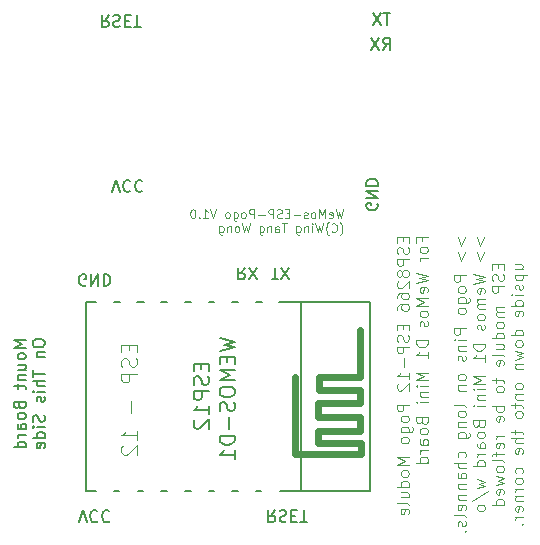
<source format=gbr>
%TF.GenerationSoftware,KiCad,Pcbnew,(6.0.0-0)*%
%TF.CreationDate,2022-07-24T14:36:37-07:00*%
%TF.ProjectId,ESP12_Harness,45535031-325f-4486-9172-6e6573732e6b,rev?*%
%TF.SameCoordinates,Original*%
%TF.FileFunction,Legend,Bot*%
%TF.FilePolarity,Positive*%
%FSLAX46Y46*%
G04 Gerber Fmt 4.6, Leading zero omitted, Abs format (unit mm)*
G04 Created by KiCad (PCBNEW (6.0.0-0)) date 2022-07-24 14:36:37*
%MOMM*%
%LPD*%
G01*
G04 APERTURE LIST*
%ADD10C,0.150000*%
%ADD11C,0.050000*%
%ADD12C,0.064000*%
%ADD13C,0.113792*%
%ADD14C,0.127000*%
%ADD15C,0.609600*%
G04 APERTURE END LIST*
D10*
X-14623333Y-6932380D02*
X-14290000Y-6456190D01*
X-14051904Y-6932380D02*
X-14051904Y-5932380D01*
X-14432857Y-5932380D01*
X-14528095Y-5980000D01*
X-14575714Y-6027619D01*
X-14623333Y-6122857D01*
X-14623333Y-6265714D01*
X-14575714Y-6360952D01*
X-14528095Y-6408571D01*
X-14432857Y-6456190D01*
X-14051904Y-6456190D01*
X-14956666Y-5932380D02*
X-15623333Y-6932380D01*
X-15623333Y-5932380D02*
X-14956666Y-6932380D01*
X-14008095Y-3872380D02*
X-14579523Y-3872380D01*
X-14293809Y-4872380D02*
X-14293809Y-3872380D01*
X-14817619Y-3872380D02*
X-15484285Y-4872380D01*
X-15484285Y-3872380D02*
X-14817619Y-4872380D01*
X-37573333Y-18987619D02*
X-37240000Y-17987619D01*
X-36906666Y-18987619D01*
X-36001904Y-18082857D02*
X-36049523Y-18035238D01*
X-36192380Y-17987619D01*
X-36287619Y-17987619D01*
X-36430476Y-18035238D01*
X-36525714Y-18130476D01*
X-36573333Y-18225714D01*
X-36620952Y-18416190D01*
X-36620952Y-18559047D01*
X-36573333Y-18749523D01*
X-36525714Y-18844761D01*
X-36430476Y-18940000D01*
X-36287619Y-18987619D01*
X-36192380Y-18987619D01*
X-36049523Y-18940000D01*
X-36001904Y-18892380D01*
X-35001904Y-18082857D02*
X-35049523Y-18035238D01*
X-35192380Y-17987619D01*
X-35287619Y-17987619D01*
X-35430476Y-18035238D01*
X-35525714Y-18130476D01*
X-35573333Y-18225714D01*
X-35620952Y-18416190D01*
X-35620952Y-18559047D01*
X-35573333Y-18749523D01*
X-35525714Y-18844761D01*
X-35430476Y-18940000D01*
X-35287619Y-18987619D01*
X-35192380Y-18987619D01*
X-35049523Y-18940000D01*
X-35001904Y-18892380D01*
X-37847023Y-4007619D02*
X-38180357Y-4483809D01*
X-38418452Y-4007619D02*
X-38418452Y-5007619D01*
X-38037500Y-5007619D01*
X-37942261Y-4960000D01*
X-37894642Y-4912380D01*
X-37847023Y-4817142D01*
X-37847023Y-4674285D01*
X-37894642Y-4579047D01*
X-37942261Y-4531428D01*
X-38037500Y-4483809D01*
X-38418452Y-4483809D01*
X-37466071Y-4055238D02*
X-37323214Y-4007619D01*
X-37085119Y-4007619D01*
X-36989880Y-4055238D01*
X-36942261Y-4102857D01*
X-36894642Y-4198095D01*
X-36894642Y-4293333D01*
X-36942261Y-4388571D01*
X-36989880Y-4436190D01*
X-37085119Y-4483809D01*
X-37275595Y-4531428D01*
X-37370833Y-4579047D01*
X-37418452Y-4626666D01*
X-37466071Y-4721904D01*
X-37466071Y-4817142D01*
X-37418452Y-4912380D01*
X-37370833Y-4960000D01*
X-37275595Y-5007619D01*
X-37037500Y-5007619D01*
X-36894642Y-4960000D01*
X-36466071Y-4531428D02*
X-36132738Y-4531428D01*
X-35989880Y-4007619D02*
X-36466071Y-4007619D01*
X-36466071Y-5007619D01*
X-35989880Y-5007619D01*
X-35704166Y-5007619D02*
X-35132738Y-5007619D01*
X-35418452Y-4007619D02*
X-35418452Y-5007619D01*
X-15110000Y-19971904D02*
X-15062380Y-20067142D01*
X-15062380Y-20210000D01*
X-15110000Y-20352857D01*
X-15205238Y-20448095D01*
X-15300476Y-20495714D01*
X-15490952Y-20543333D01*
X-15633809Y-20543333D01*
X-15824285Y-20495714D01*
X-15919523Y-20448095D01*
X-16014761Y-20352857D01*
X-16062380Y-20210000D01*
X-16062380Y-20114761D01*
X-16014761Y-19971904D01*
X-15967142Y-19924285D01*
X-15633809Y-19924285D01*
X-15633809Y-20114761D01*
X-16062380Y-19495714D02*
X-15062380Y-19495714D01*
X-16062380Y-18924285D01*
X-15062380Y-18924285D01*
X-16062380Y-18448095D02*
X-15062380Y-18448095D01*
X-15062380Y-18210000D01*
X-15110000Y-18067142D01*
X-15205238Y-17971904D01*
X-15300476Y-17924285D01*
X-15490952Y-17876666D01*
X-15633809Y-17876666D01*
X-15824285Y-17924285D01*
X-15919523Y-17971904D01*
X-16014761Y-18067142D01*
X-16062380Y-18210000D01*
X-16062380Y-18448095D01*
X-23757023Y-45917619D02*
X-24090357Y-46393809D01*
X-24328452Y-45917619D02*
X-24328452Y-46917619D01*
X-23947500Y-46917619D01*
X-23852261Y-46870000D01*
X-23804642Y-46822380D01*
X-23757023Y-46727142D01*
X-23757023Y-46584285D01*
X-23804642Y-46489047D01*
X-23852261Y-46441428D01*
X-23947500Y-46393809D01*
X-24328452Y-46393809D01*
X-23376071Y-45965238D02*
X-23233214Y-45917619D01*
X-22995119Y-45917619D01*
X-22899880Y-45965238D01*
X-22852261Y-46012857D01*
X-22804642Y-46108095D01*
X-22804642Y-46203333D01*
X-22852261Y-46298571D01*
X-22899880Y-46346190D01*
X-22995119Y-46393809D01*
X-23185595Y-46441428D01*
X-23280833Y-46489047D01*
X-23328452Y-46536666D01*
X-23376071Y-46631904D01*
X-23376071Y-46727142D01*
X-23328452Y-46822380D01*
X-23280833Y-46870000D01*
X-23185595Y-46917619D01*
X-22947500Y-46917619D01*
X-22804642Y-46870000D01*
X-22376071Y-46441428D02*
X-22042738Y-46441428D01*
X-21899880Y-45917619D02*
X-22376071Y-45917619D01*
X-22376071Y-46917619D01*
X-21899880Y-46917619D01*
X-21614166Y-46917619D02*
X-21042738Y-46917619D01*
X-21328452Y-45917619D02*
X-21328452Y-46917619D01*
X-40363333Y-46947619D02*
X-40030000Y-45947619D01*
X-39696666Y-46947619D01*
X-38791904Y-46042857D02*
X-38839523Y-45995238D01*
X-38982380Y-45947619D01*
X-39077619Y-45947619D01*
X-39220476Y-45995238D01*
X-39315714Y-46090476D01*
X-39363333Y-46185714D01*
X-39410952Y-46376190D01*
X-39410952Y-46519047D01*
X-39363333Y-46709523D01*
X-39315714Y-46804761D01*
X-39220476Y-46900000D01*
X-39077619Y-46947619D01*
X-38982380Y-46947619D01*
X-38839523Y-46900000D01*
X-38791904Y-46852380D01*
X-37791904Y-46042857D02*
X-37839523Y-45995238D01*
X-37982380Y-45947619D01*
X-38077619Y-45947619D01*
X-38220476Y-45995238D01*
X-38315714Y-46090476D01*
X-38363333Y-46185714D01*
X-38410952Y-46376190D01*
X-38410952Y-46519047D01*
X-38363333Y-46709523D01*
X-38315714Y-46804761D01*
X-38220476Y-46900000D01*
X-38077619Y-46947619D01*
X-37982380Y-46947619D01*
X-37839523Y-46900000D01*
X-37791904Y-46852380D01*
X-39791904Y-26900000D02*
X-39887142Y-26947619D01*
X-40030000Y-26947619D01*
X-40172857Y-26900000D01*
X-40268095Y-26804761D01*
X-40315714Y-26709523D01*
X-40363333Y-26519047D01*
X-40363333Y-26376190D01*
X-40315714Y-26185714D01*
X-40268095Y-26090476D01*
X-40172857Y-25995238D01*
X-40030000Y-25947619D01*
X-39934761Y-25947619D01*
X-39791904Y-25995238D01*
X-39744285Y-26042857D01*
X-39744285Y-26376190D01*
X-39934761Y-26376190D01*
X-39315714Y-25947619D02*
X-39315714Y-26947619D01*
X-38744285Y-25947619D01*
X-38744285Y-26947619D01*
X-38268095Y-25947619D02*
X-38268095Y-26947619D01*
X-38030000Y-26947619D01*
X-37887142Y-26900000D01*
X-37791904Y-26804761D01*
X-37744285Y-26709523D01*
X-37696666Y-26519047D01*
X-37696666Y-26376190D01*
X-37744285Y-26185714D01*
X-37791904Y-26090476D01*
X-37887142Y-25995238D01*
X-38030000Y-25947619D01*
X-38268095Y-25947619D01*
X-24052856Y-26387619D02*
X-23481428Y-26387619D01*
X-23767142Y-25387619D02*
X-23767142Y-26387619D01*
X-23243332Y-26387619D02*
X-22576666Y-25387619D01*
X-22576666Y-26387619D02*
X-23243332Y-25387619D01*
X-26327618Y-25387619D02*
X-26660952Y-25863809D01*
X-26899047Y-25387619D02*
X-26899047Y-26387619D01*
X-26518094Y-26387619D01*
X-26422856Y-26340000D01*
X-26375237Y-26292380D01*
X-26327618Y-26197142D01*
X-26327618Y-26054285D01*
X-26375237Y-25959047D01*
X-26422856Y-25911428D01*
X-26518094Y-25863809D01*
X-26899047Y-25863809D01*
X-25994285Y-26387619D02*
X-25327618Y-25387619D01*
X-25327618Y-26387619D02*
X-25994285Y-25387619D01*
X-44882619Y-31556190D02*
X-45882619Y-31556190D01*
X-45168333Y-31889523D01*
X-45882619Y-32222857D01*
X-44882619Y-32222857D01*
X-44882619Y-32841904D02*
X-44930238Y-32746666D01*
X-44977857Y-32699047D01*
X-45073095Y-32651428D01*
X-45358809Y-32651428D01*
X-45454047Y-32699047D01*
X-45501666Y-32746666D01*
X-45549285Y-32841904D01*
X-45549285Y-32984761D01*
X-45501666Y-33080000D01*
X-45454047Y-33127619D01*
X-45358809Y-33175238D01*
X-45073095Y-33175238D01*
X-44977857Y-33127619D01*
X-44930238Y-33080000D01*
X-44882619Y-32984761D01*
X-44882619Y-32841904D01*
X-45549285Y-34032380D02*
X-44882619Y-34032380D01*
X-45549285Y-33603809D02*
X-45025476Y-33603809D01*
X-44930238Y-33651428D01*
X-44882619Y-33746666D01*
X-44882619Y-33889523D01*
X-44930238Y-33984761D01*
X-44977857Y-34032380D01*
X-45549285Y-34508571D02*
X-44882619Y-34508571D01*
X-45454047Y-34508571D02*
X-45501666Y-34556190D01*
X-45549285Y-34651428D01*
X-45549285Y-34794285D01*
X-45501666Y-34889523D01*
X-45406428Y-34937142D01*
X-44882619Y-34937142D01*
X-45549285Y-35270476D02*
X-45549285Y-35651428D01*
X-45882619Y-35413333D02*
X-45025476Y-35413333D01*
X-44930238Y-35460952D01*
X-44882619Y-35556190D01*
X-44882619Y-35651428D01*
X-45406428Y-37080000D02*
X-45358809Y-37222857D01*
X-45311190Y-37270476D01*
X-45215952Y-37318095D01*
X-45073095Y-37318095D01*
X-44977857Y-37270476D01*
X-44930238Y-37222857D01*
X-44882619Y-37127619D01*
X-44882619Y-36746666D01*
X-45882619Y-36746666D01*
X-45882619Y-37080000D01*
X-45835000Y-37175238D01*
X-45787380Y-37222857D01*
X-45692142Y-37270476D01*
X-45596904Y-37270476D01*
X-45501666Y-37222857D01*
X-45454047Y-37175238D01*
X-45406428Y-37080000D01*
X-45406428Y-36746666D01*
X-44882619Y-37889523D02*
X-44930238Y-37794285D01*
X-44977857Y-37746666D01*
X-45073095Y-37699047D01*
X-45358809Y-37699047D01*
X-45454047Y-37746666D01*
X-45501666Y-37794285D01*
X-45549285Y-37889523D01*
X-45549285Y-38032380D01*
X-45501666Y-38127619D01*
X-45454047Y-38175238D01*
X-45358809Y-38222857D01*
X-45073095Y-38222857D01*
X-44977857Y-38175238D01*
X-44930238Y-38127619D01*
X-44882619Y-38032380D01*
X-44882619Y-37889523D01*
X-44882619Y-39080000D02*
X-45406428Y-39080000D01*
X-45501666Y-39032380D01*
X-45549285Y-38937142D01*
X-45549285Y-38746666D01*
X-45501666Y-38651428D01*
X-44930238Y-39080000D02*
X-44882619Y-38984761D01*
X-44882619Y-38746666D01*
X-44930238Y-38651428D01*
X-45025476Y-38603809D01*
X-45120714Y-38603809D01*
X-45215952Y-38651428D01*
X-45263571Y-38746666D01*
X-45263571Y-38984761D01*
X-45311190Y-39080000D01*
X-44882619Y-39556190D02*
X-45549285Y-39556190D01*
X-45358809Y-39556190D02*
X-45454047Y-39603809D01*
X-45501666Y-39651428D01*
X-45549285Y-39746666D01*
X-45549285Y-39841904D01*
X-44882619Y-40603809D02*
X-45882619Y-40603809D01*
X-44930238Y-40603809D02*
X-44882619Y-40508571D01*
X-44882619Y-40318095D01*
X-44930238Y-40222857D01*
X-44977857Y-40175238D01*
X-45073095Y-40127619D01*
X-45358809Y-40127619D01*
X-45454047Y-40175238D01*
X-45501666Y-40222857D01*
X-45549285Y-40318095D01*
X-45549285Y-40508571D01*
X-45501666Y-40603809D01*
X-44272619Y-31699047D02*
X-44272619Y-31889523D01*
X-44225000Y-31984761D01*
X-44129761Y-32080000D01*
X-43939285Y-32127619D01*
X-43605952Y-32127619D01*
X-43415476Y-32080000D01*
X-43320238Y-31984761D01*
X-43272619Y-31889523D01*
X-43272619Y-31699047D01*
X-43320238Y-31603809D01*
X-43415476Y-31508571D01*
X-43605952Y-31460952D01*
X-43939285Y-31460952D01*
X-44129761Y-31508571D01*
X-44225000Y-31603809D01*
X-44272619Y-31699047D01*
X-43939285Y-32556190D02*
X-43272619Y-32556190D01*
X-43844047Y-32556190D02*
X-43891666Y-32603809D01*
X-43939285Y-32699047D01*
X-43939285Y-32841904D01*
X-43891666Y-32937142D01*
X-43796428Y-32984761D01*
X-43272619Y-32984761D01*
X-44272619Y-34079999D02*
X-44272619Y-34651428D01*
X-43272619Y-34365714D02*
X-44272619Y-34365714D01*
X-43272619Y-34984761D02*
X-44272619Y-34984761D01*
X-43272619Y-35413333D02*
X-43796428Y-35413333D01*
X-43891666Y-35365714D01*
X-43939285Y-35270476D01*
X-43939285Y-35127619D01*
X-43891666Y-35032380D01*
X-43844047Y-34984761D01*
X-43272619Y-35889523D02*
X-43939285Y-35889523D01*
X-44272619Y-35889523D02*
X-44225000Y-35841904D01*
X-44177380Y-35889523D01*
X-44225000Y-35937142D01*
X-44272619Y-35889523D01*
X-44177380Y-35889523D01*
X-43320238Y-36318095D02*
X-43272619Y-36413333D01*
X-43272619Y-36603809D01*
X-43320238Y-36699047D01*
X-43415476Y-36746666D01*
X-43463095Y-36746666D01*
X-43558333Y-36699047D01*
X-43605952Y-36603809D01*
X-43605952Y-36460952D01*
X-43653571Y-36365714D01*
X-43748809Y-36318095D01*
X-43796428Y-36318095D01*
X-43891666Y-36365714D01*
X-43939285Y-36460952D01*
X-43939285Y-36603809D01*
X-43891666Y-36699047D01*
X-43320238Y-37889523D02*
X-43272619Y-38032380D01*
X-43272619Y-38270476D01*
X-43320238Y-38365714D01*
X-43367857Y-38413333D01*
X-43463095Y-38460952D01*
X-43558333Y-38460952D01*
X-43653571Y-38413333D01*
X-43701190Y-38365714D01*
X-43748809Y-38270476D01*
X-43796428Y-38079999D01*
X-43844047Y-37984761D01*
X-43891666Y-37937142D01*
X-43986904Y-37889523D01*
X-44082142Y-37889523D01*
X-44177380Y-37937142D01*
X-44225000Y-37984761D01*
X-44272619Y-38079999D01*
X-44272619Y-38318095D01*
X-44225000Y-38460952D01*
X-43272619Y-38889523D02*
X-43939285Y-38889523D01*
X-44272619Y-38889523D02*
X-44225000Y-38841904D01*
X-44177380Y-38889523D01*
X-44225000Y-38937142D01*
X-44272619Y-38889523D01*
X-44177380Y-38889523D01*
X-43272619Y-39794285D02*
X-44272619Y-39794285D01*
X-43320238Y-39794285D02*
X-43272619Y-39699047D01*
X-43272619Y-39508571D01*
X-43320238Y-39413333D01*
X-43367857Y-39365714D01*
X-43463095Y-39318095D01*
X-43748809Y-39318095D01*
X-43844047Y-39365714D01*
X-43891666Y-39413333D01*
X-43939285Y-39508571D01*
X-43939285Y-39699047D01*
X-43891666Y-39794285D01*
X-43320238Y-40651428D02*
X-43272619Y-40556190D01*
X-43272619Y-40365714D01*
X-43320238Y-40270476D01*
X-43415476Y-40222857D01*
X-43796428Y-40222857D01*
X-43891666Y-40270476D01*
X-43939285Y-40365714D01*
X-43939285Y-40556190D01*
X-43891666Y-40651428D01*
X-43796428Y-40699047D01*
X-43701190Y-40699047D01*
X-43605952Y-40222857D01*
D11*
X-12962328Y-22804195D02*
X-12962328Y-23137528D01*
X-12438519Y-23280385D02*
X-12438519Y-22804195D01*
X-13438519Y-22804195D01*
X-13438519Y-23280385D01*
X-12486138Y-23661338D02*
X-12438519Y-23804195D01*
X-12438519Y-24042290D01*
X-12486138Y-24137528D01*
X-12533757Y-24185147D01*
X-12628995Y-24232766D01*
X-12724233Y-24232766D01*
X-12819471Y-24185147D01*
X-12867090Y-24137528D01*
X-12914709Y-24042290D01*
X-12962328Y-23851814D01*
X-13009947Y-23756576D01*
X-13057566Y-23708957D01*
X-13152804Y-23661338D01*
X-13248042Y-23661338D01*
X-13343280Y-23708957D01*
X-13390900Y-23756576D01*
X-13438519Y-23851814D01*
X-13438519Y-24089909D01*
X-13390900Y-24232766D01*
X-12438519Y-24661338D02*
X-13438519Y-24661338D01*
X-13438519Y-25042290D01*
X-13390900Y-25137528D01*
X-13343280Y-25185147D01*
X-13248042Y-25232766D01*
X-13105185Y-25232766D01*
X-13009947Y-25185147D01*
X-12962328Y-25137528D01*
X-12914709Y-25042290D01*
X-12914709Y-24661338D01*
X-13009947Y-25804195D02*
X-13057566Y-25708957D01*
X-13105185Y-25661338D01*
X-13200423Y-25613719D01*
X-13248042Y-25613719D01*
X-13343280Y-25661338D01*
X-13390900Y-25708957D01*
X-13438519Y-25804195D01*
X-13438519Y-25994671D01*
X-13390900Y-26089909D01*
X-13343280Y-26137528D01*
X-13248042Y-26185147D01*
X-13200423Y-26185147D01*
X-13105185Y-26137528D01*
X-13057566Y-26089909D01*
X-13009947Y-25994671D01*
X-13009947Y-25804195D01*
X-12962328Y-25708957D01*
X-12914709Y-25661338D01*
X-12819471Y-25613719D01*
X-12628995Y-25613719D01*
X-12533757Y-25661338D01*
X-12486138Y-25708957D01*
X-12438519Y-25804195D01*
X-12438519Y-25994671D01*
X-12486138Y-26089909D01*
X-12533757Y-26137528D01*
X-12628995Y-26185147D01*
X-12819471Y-26185147D01*
X-12914709Y-26137528D01*
X-12962328Y-26089909D01*
X-13009947Y-25994671D01*
X-13343280Y-26566099D02*
X-13390900Y-26613719D01*
X-13438519Y-26708957D01*
X-13438519Y-26947052D01*
X-13390900Y-27042290D01*
X-13343280Y-27089909D01*
X-13248042Y-27137528D01*
X-13152804Y-27137528D01*
X-13009947Y-27089909D01*
X-12438519Y-26518480D01*
X-12438519Y-27137528D01*
X-13438519Y-27994671D02*
X-13438519Y-27804195D01*
X-13390900Y-27708957D01*
X-13343280Y-27661338D01*
X-13200423Y-27566099D01*
X-13009947Y-27518480D01*
X-12628995Y-27518480D01*
X-12533757Y-27566099D01*
X-12486138Y-27613719D01*
X-12438519Y-27708957D01*
X-12438519Y-27899433D01*
X-12486138Y-27994671D01*
X-12533757Y-28042290D01*
X-12628995Y-28089909D01*
X-12867090Y-28089909D01*
X-12962328Y-28042290D01*
X-13009947Y-27994671D01*
X-13057566Y-27899433D01*
X-13057566Y-27708957D01*
X-13009947Y-27613719D01*
X-12962328Y-27566099D01*
X-12867090Y-27518480D01*
X-13438519Y-28947052D02*
X-13438519Y-28756576D01*
X-13390900Y-28661338D01*
X-13343280Y-28613719D01*
X-13200423Y-28518480D01*
X-13009947Y-28470861D01*
X-12628995Y-28470861D01*
X-12533757Y-28518480D01*
X-12486138Y-28566099D01*
X-12438519Y-28661338D01*
X-12438519Y-28851814D01*
X-12486138Y-28947052D01*
X-12533757Y-28994671D01*
X-12628995Y-29042290D01*
X-12867090Y-29042290D01*
X-12962328Y-28994671D01*
X-13009947Y-28947052D01*
X-13057566Y-28851814D01*
X-13057566Y-28661338D01*
X-13009947Y-28566099D01*
X-12962328Y-28518480D01*
X-12867090Y-28470861D01*
X-12962328Y-30232766D02*
X-12962328Y-30566099D01*
X-12438519Y-30708957D02*
X-12438519Y-30232766D01*
X-13438519Y-30232766D01*
X-13438519Y-30708957D01*
X-12486138Y-31089909D02*
X-12438519Y-31232766D01*
X-12438519Y-31470861D01*
X-12486138Y-31566099D01*
X-12533757Y-31613719D01*
X-12628995Y-31661338D01*
X-12724233Y-31661338D01*
X-12819471Y-31613719D01*
X-12867090Y-31566099D01*
X-12914709Y-31470861D01*
X-12962328Y-31280385D01*
X-13009947Y-31185147D01*
X-13057566Y-31137528D01*
X-13152804Y-31089909D01*
X-13248042Y-31089909D01*
X-13343280Y-31137528D01*
X-13390900Y-31185147D01*
X-13438519Y-31280385D01*
X-13438519Y-31518480D01*
X-13390900Y-31661338D01*
X-12438519Y-32089909D02*
X-13438519Y-32089909D01*
X-13438519Y-32470861D01*
X-13390900Y-32566099D01*
X-13343280Y-32613719D01*
X-13248042Y-32661338D01*
X-13105185Y-32661338D01*
X-13009947Y-32613719D01*
X-12962328Y-32566099D01*
X-12914709Y-32470861D01*
X-12914709Y-32089909D01*
X-12819471Y-33089909D02*
X-12819471Y-33851814D01*
X-12438519Y-34851814D02*
X-12438519Y-34280385D01*
X-12438519Y-34566099D02*
X-13438519Y-34566099D01*
X-13295661Y-34470861D01*
X-13200423Y-34375623D01*
X-13152804Y-34280385D01*
X-13343280Y-35232766D02*
X-13390900Y-35280385D01*
X-13438519Y-35375623D01*
X-13438519Y-35613719D01*
X-13390900Y-35708957D01*
X-13343280Y-35756576D01*
X-13248042Y-35804195D01*
X-13152804Y-35804195D01*
X-13009947Y-35756576D01*
X-12438519Y-35185147D01*
X-12438519Y-35804195D01*
X-12438519Y-36994671D02*
X-13438519Y-36994671D01*
X-13438519Y-37375623D01*
X-13390900Y-37470861D01*
X-13343280Y-37518480D01*
X-13248042Y-37566099D01*
X-13105185Y-37566099D01*
X-13009947Y-37518480D01*
X-12962328Y-37470861D01*
X-12914709Y-37375623D01*
X-12914709Y-36994671D01*
X-12438519Y-38137528D02*
X-12486138Y-38042290D01*
X-12533757Y-37994671D01*
X-12628995Y-37947052D01*
X-12914709Y-37947052D01*
X-13009947Y-37994671D01*
X-13057566Y-38042290D01*
X-13105185Y-38137528D01*
X-13105185Y-38280385D01*
X-13057566Y-38375623D01*
X-13009947Y-38423242D01*
X-12914709Y-38470861D01*
X-12628995Y-38470861D01*
X-12533757Y-38423242D01*
X-12486138Y-38375623D01*
X-12438519Y-38280385D01*
X-12438519Y-38137528D01*
X-13105185Y-39328004D02*
X-12295661Y-39328004D01*
X-12200423Y-39280385D01*
X-12152804Y-39232766D01*
X-12105185Y-39137528D01*
X-12105185Y-38994671D01*
X-12152804Y-38899433D01*
X-12486138Y-39328004D02*
X-12438519Y-39232766D01*
X-12438519Y-39042290D01*
X-12486138Y-38947052D01*
X-12533757Y-38899433D01*
X-12628995Y-38851814D01*
X-12914709Y-38851814D01*
X-13009947Y-38899433D01*
X-13057566Y-38947052D01*
X-13105185Y-39042290D01*
X-13105185Y-39232766D01*
X-13057566Y-39328004D01*
X-12438519Y-39947052D02*
X-12486138Y-39851814D01*
X-12533757Y-39804195D01*
X-12628995Y-39756576D01*
X-12914709Y-39756576D01*
X-13009947Y-39804195D01*
X-13057566Y-39851814D01*
X-13105185Y-39947052D01*
X-13105185Y-40089909D01*
X-13057566Y-40185147D01*
X-13009947Y-40232766D01*
X-12914709Y-40280385D01*
X-12628995Y-40280385D01*
X-12533757Y-40232766D01*
X-12486138Y-40185147D01*
X-12438519Y-40089909D01*
X-12438519Y-39947052D01*
X-12438519Y-41470861D02*
X-13438519Y-41470861D01*
X-12724233Y-41804195D01*
X-13438519Y-42137528D01*
X-12438519Y-42137528D01*
X-12438519Y-42756576D02*
X-12486138Y-42661338D01*
X-12533757Y-42613719D01*
X-12628995Y-42566099D01*
X-12914709Y-42566099D01*
X-13009947Y-42613719D01*
X-13057566Y-42661338D01*
X-13105185Y-42756576D01*
X-13105185Y-42899433D01*
X-13057566Y-42994671D01*
X-13009947Y-43042290D01*
X-12914709Y-43089909D01*
X-12628995Y-43089909D01*
X-12533757Y-43042290D01*
X-12486138Y-42994671D01*
X-12438519Y-42899433D01*
X-12438519Y-42756576D01*
X-12438519Y-43947052D02*
X-13438519Y-43947052D01*
X-12486138Y-43947052D02*
X-12438519Y-43851814D01*
X-12438519Y-43661338D01*
X-12486138Y-43566099D01*
X-12533757Y-43518480D01*
X-12628995Y-43470861D01*
X-12914709Y-43470861D01*
X-13009947Y-43518480D01*
X-13057566Y-43566099D01*
X-13105185Y-43661338D01*
X-13105185Y-43851814D01*
X-13057566Y-43947052D01*
X-13105185Y-44851814D02*
X-12438519Y-44851814D01*
X-13105185Y-44423242D02*
X-12581376Y-44423242D01*
X-12486138Y-44470861D01*
X-12438519Y-44566099D01*
X-12438519Y-44708957D01*
X-12486138Y-44804195D01*
X-12533757Y-44851814D01*
X-12438519Y-45470861D02*
X-12486138Y-45375623D01*
X-12581376Y-45328004D01*
X-13438519Y-45328004D01*
X-12486138Y-46232766D02*
X-12438519Y-46137528D01*
X-12438519Y-45947052D01*
X-12486138Y-45851814D01*
X-12581376Y-45804195D01*
X-12962328Y-45804195D01*
X-13057566Y-45851814D01*
X-13105185Y-45947052D01*
X-13105185Y-46137528D01*
X-13057566Y-46232766D01*
X-12962328Y-46280385D01*
X-12867090Y-46280385D01*
X-12771852Y-45804195D01*
X-11352328Y-23137528D02*
X-11352328Y-22804195D01*
X-10828519Y-22804195D02*
X-11828519Y-22804195D01*
X-11828519Y-23280385D01*
X-10828519Y-23804195D02*
X-10876138Y-23708957D01*
X-10923757Y-23661338D01*
X-11018995Y-23613719D01*
X-11304709Y-23613719D01*
X-11399947Y-23661338D01*
X-11447566Y-23708957D01*
X-11495185Y-23804195D01*
X-11495185Y-23947052D01*
X-11447566Y-24042290D01*
X-11399947Y-24089909D01*
X-11304709Y-24137528D01*
X-11018995Y-24137528D01*
X-10923757Y-24089909D01*
X-10876138Y-24042290D01*
X-10828519Y-23947052D01*
X-10828519Y-23804195D01*
X-10828519Y-24566100D02*
X-11495185Y-24566100D01*
X-11304709Y-24566100D02*
X-11399947Y-24613719D01*
X-11447566Y-24661338D01*
X-11495185Y-24756576D01*
X-11495185Y-24851814D01*
X-11828519Y-25851814D02*
X-10828519Y-26089909D01*
X-11542804Y-26280385D01*
X-10828519Y-26470861D01*
X-11828519Y-26708957D01*
X-10876138Y-27470861D02*
X-10828519Y-27375623D01*
X-10828519Y-27185147D01*
X-10876138Y-27089909D01*
X-10971376Y-27042290D01*
X-11352328Y-27042290D01*
X-11447566Y-27089909D01*
X-11495185Y-27185147D01*
X-11495185Y-27375623D01*
X-11447566Y-27470861D01*
X-11352328Y-27518480D01*
X-11257090Y-27518480D01*
X-11161852Y-27042290D01*
X-10828519Y-27947052D02*
X-11828519Y-27947052D01*
X-11114233Y-28280385D01*
X-11828519Y-28613719D01*
X-10828519Y-28613719D01*
X-10828519Y-29232766D02*
X-10876138Y-29137528D01*
X-10923757Y-29089909D01*
X-11018995Y-29042290D01*
X-11304709Y-29042290D01*
X-11399947Y-29089909D01*
X-11447566Y-29137528D01*
X-11495185Y-29232766D01*
X-11495185Y-29375623D01*
X-11447566Y-29470861D01*
X-11399947Y-29518480D01*
X-11304709Y-29566100D01*
X-11018995Y-29566100D01*
X-10923757Y-29518480D01*
X-10876138Y-29470861D01*
X-10828519Y-29375623D01*
X-10828519Y-29232766D01*
X-10876138Y-29947052D02*
X-10828519Y-30042290D01*
X-10828519Y-30232766D01*
X-10876138Y-30328004D01*
X-10971376Y-30375623D01*
X-11018995Y-30375623D01*
X-11114233Y-30328004D01*
X-11161852Y-30232766D01*
X-11161852Y-30089909D01*
X-11209471Y-29994671D01*
X-11304709Y-29947052D01*
X-11352328Y-29947052D01*
X-11447566Y-29994671D01*
X-11495185Y-30089909D01*
X-11495185Y-30232766D01*
X-11447566Y-30328004D01*
X-10828519Y-31566100D02*
X-11828519Y-31566100D01*
X-11828519Y-31804195D01*
X-11780900Y-31947052D01*
X-11685661Y-32042290D01*
X-11590423Y-32089909D01*
X-11399947Y-32137528D01*
X-11257090Y-32137528D01*
X-11066614Y-32089909D01*
X-10971376Y-32042290D01*
X-10876138Y-31947052D01*
X-10828519Y-31804195D01*
X-10828519Y-31566100D01*
X-10828519Y-33089909D02*
X-10828519Y-32518480D01*
X-10828519Y-32804195D02*
X-11828519Y-32804195D01*
X-11685661Y-32708957D01*
X-11590423Y-32613719D01*
X-11542804Y-32518480D01*
X-10828519Y-34280385D02*
X-11828519Y-34280385D01*
X-11114233Y-34613719D01*
X-11828519Y-34947052D01*
X-10828519Y-34947052D01*
X-10828519Y-35423242D02*
X-11495185Y-35423242D01*
X-11828519Y-35423242D02*
X-11780900Y-35375623D01*
X-11733280Y-35423242D01*
X-11780900Y-35470861D01*
X-11828519Y-35423242D01*
X-11733280Y-35423242D01*
X-11495185Y-35899433D02*
X-10828519Y-35899433D01*
X-11399947Y-35899433D02*
X-11447566Y-35947052D01*
X-11495185Y-36042290D01*
X-11495185Y-36185147D01*
X-11447566Y-36280385D01*
X-11352328Y-36328004D01*
X-10828519Y-36328004D01*
X-10828519Y-36804195D02*
X-11495185Y-36804195D01*
X-11828519Y-36804195D02*
X-11780900Y-36756576D01*
X-11733280Y-36804195D01*
X-11780900Y-36851814D01*
X-11828519Y-36804195D01*
X-11733280Y-36804195D01*
X-11352328Y-38375623D02*
X-11304709Y-38518480D01*
X-11257090Y-38566100D01*
X-11161852Y-38613719D01*
X-11018995Y-38613719D01*
X-10923757Y-38566100D01*
X-10876138Y-38518480D01*
X-10828519Y-38423242D01*
X-10828519Y-38042290D01*
X-11828519Y-38042290D01*
X-11828519Y-38375623D01*
X-11780900Y-38470861D01*
X-11733280Y-38518480D01*
X-11638042Y-38566100D01*
X-11542804Y-38566100D01*
X-11447566Y-38518480D01*
X-11399947Y-38470861D01*
X-11352328Y-38375623D01*
X-11352328Y-38042290D01*
X-10828519Y-39185147D02*
X-10876138Y-39089909D01*
X-10923757Y-39042290D01*
X-11018995Y-38994671D01*
X-11304709Y-38994671D01*
X-11399947Y-39042290D01*
X-11447566Y-39089909D01*
X-11495185Y-39185147D01*
X-11495185Y-39328004D01*
X-11447566Y-39423242D01*
X-11399947Y-39470861D01*
X-11304709Y-39518480D01*
X-11018995Y-39518480D01*
X-10923757Y-39470861D01*
X-10876138Y-39423242D01*
X-10828519Y-39328004D01*
X-10828519Y-39185147D01*
X-10828519Y-40375623D02*
X-11352328Y-40375623D01*
X-11447566Y-40328004D01*
X-11495185Y-40232766D01*
X-11495185Y-40042290D01*
X-11447566Y-39947052D01*
X-10876138Y-40375623D02*
X-10828519Y-40280385D01*
X-10828519Y-40042290D01*
X-10876138Y-39947052D01*
X-10971376Y-39899433D01*
X-11066614Y-39899433D01*
X-11161852Y-39947052D01*
X-11209471Y-40042290D01*
X-11209471Y-40280385D01*
X-11257090Y-40375623D01*
X-10828519Y-40851814D02*
X-11495185Y-40851814D01*
X-11304709Y-40851814D02*
X-11399947Y-40899433D01*
X-11447566Y-40947052D01*
X-11495185Y-41042290D01*
X-11495185Y-41137528D01*
X-10828519Y-41899433D02*
X-11828519Y-41899433D01*
X-10876138Y-41899433D02*
X-10828519Y-41804195D01*
X-10828519Y-41613719D01*
X-10876138Y-41518480D01*
X-10923757Y-41470861D01*
X-11018995Y-41423242D01*
X-11304709Y-41423242D01*
X-11399947Y-41470861D01*
X-11447566Y-41518480D01*
X-11495185Y-41613719D01*
X-11495185Y-41804195D01*
X-11447566Y-41899433D01*
X-8275185Y-22804195D02*
X-7989471Y-23566100D01*
X-7703757Y-22804195D01*
X-8275185Y-24042290D02*
X-7989471Y-24804195D01*
X-7703757Y-24042290D01*
X-7608519Y-26042290D02*
X-8608519Y-26042290D01*
X-8608519Y-26423242D01*
X-8560900Y-26518480D01*
X-8513280Y-26566100D01*
X-8418042Y-26613719D01*
X-8275185Y-26613719D01*
X-8179947Y-26566100D01*
X-8132328Y-26518480D01*
X-8084709Y-26423242D01*
X-8084709Y-26042290D01*
X-7608519Y-27185147D02*
X-7656138Y-27089909D01*
X-7703757Y-27042290D01*
X-7798995Y-26994671D01*
X-8084709Y-26994671D01*
X-8179947Y-27042290D01*
X-8227566Y-27089909D01*
X-8275185Y-27185147D01*
X-8275185Y-27328004D01*
X-8227566Y-27423242D01*
X-8179947Y-27470861D01*
X-8084709Y-27518480D01*
X-7798995Y-27518480D01*
X-7703757Y-27470861D01*
X-7656138Y-27423242D01*
X-7608519Y-27328004D01*
X-7608519Y-27185147D01*
X-8275185Y-28375623D02*
X-7465661Y-28375623D01*
X-7370423Y-28328004D01*
X-7322804Y-28280385D01*
X-7275185Y-28185147D01*
X-7275185Y-28042290D01*
X-7322804Y-27947052D01*
X-7656138Y-28375623D02*
X-7608519Y-28280385D01*
X-7608519Y-28089909D01*
X-7656138Y-27994671D01*
X-7703757Y-27947052D01*
X-7798995Y-27899433D01*
X-8084709Y-27899433D01*
X-8179947Y-27947052D01*
X-8227566Y-27994671D01*
X-8275185Y-28089909D01*
X-8275185Y-28280385D01*
X-8227566Y-28375623D01*
X-7608519Y-28994671D02*
X-7656138Y-28899433D01*
X-7703757Y-28851814D01*
X-7798995Y-28804195D01*
X-8084709Y-28804195D01*
X-8179947Y-28851814D01*
X-8227566Y-28899433D01*
X-8275185Y-28994671D01*
X-8275185Y-29137528D01*
X-8227566Y-29232766D01*
X-8179947Y-29280385D01*
X-8084709Y-29328004D01*
X-7798995Y-29328004D01*
X-7703757Y-29280385D01*
X-7656138Y-29232766D01*
X-7608519Y-29137528D01*
X-7608519Y-28994671D01*
X-7608519Y-30518480D02*
X-8608519Y-30518480D01*
X-8608519Y-30899433D01*
X-8560900Y-30994671D01*
X-8513280Y-31042290D01*
X-8418042Y-31089909D01*
X-8275185Y-31089909D01*
X-8179947Y-31042290D01*
X-8132328Y-30994671D01*
X-8084709Y-30899433D01*
X-8084709Y-30518480D01*
X-7608519Y-31518480D02*
X-8275185Y-31518480D01*
X-8608519Y-31518480D02*
X-8560900Y-31470861D01*
X-8513280Y-31518480D01*
X-8560900Y-31566099D01*
X-8608519Y-31518480D01*
X-8513280Y-31518480D01*
X-8275185Y-31994671D02*
X-7608519Y-31994671D01*
X-8179947Y-31994671D02*
X-8227566Y-32042290D01*
X-8275185Y-32137528D01*
X-8275185Y-32280385D01*
X-8227566Y-32375623D01*
X-8132328Y-32423242D01*
X-7608519Y-32423242D01*
X-7656138Y-32851814D02*
X-7608519Y-32947052D01*
X-7608519Y-33137528D01*
X-7656138Y-33232766D01*
X-7751376Y-33280385D01*
X-7798995Y-33280385D01*
X-7894233Y-33232766D01*
X-7941852Y-33137528D01*
X-7941852Y-32994671D01*
X-7989471Y-32899433D01*
X-8084709Y-32851814D01*
X-8132328Y-32851814D01*
X-8227566Y-32899433D01*
X-8275185Y-32994671D01*
X-8275185Y-33137528D01*
X-8227566Y-33232766D01*
X-7608519Y-34613719D02*
X-7656138Y-34518480D01*
X-7703757Y-34470861D01*
X-7798995Y-34423242D01*
X-8084709Y-34423242D01*
X-8179947Y-34470861D01*
X-8227566Y-34518480D01*
X-8275185Y-34613719D01*
X-8275185Y-34756576D01*
X-8227566Y-34851814D01*
X-8179947Y-34899433D01*
X-8084709Y-34947052D01*
X-7798995Y-34947052D01*
X-7703757Y-34899433D01*
X-7656138Y-34851814D01*
X-7608519Y-34756576D01*
X-7608519Y-34613719D01*
X-8275185Y-35375623D02*
X-7608519Y-35375623D01*
X-8179947Y-35375623D02*
X-8227566Y-35423242D01*
X-8275185Y-35518480D01*
X-8275185Y-35661338D01*
X-8227566Y-35756576D01*
X-8132328Y-35804195D01*
X-7608519Y-35804195D01*
X-7608519Y-37185147D02*
X-7656138Y-37089909D01*
X-7751376Y-37042290D01*
X-8608519Y-37042290D01*
X-7608519Y-37708957D02*
X-7656138Y-37613719D01*
X-7703757Y-37566099D01*
X-7798995Y-37518480D01*
X-8084709Y-37518480D01*
X-8179947Y-37566099D01*
X-8227566Y-37613719D01*
X-8275185Y-37708957D01*
X-8275185Y-37851814D01*
X-8227566Y-37947052D01*
X-8179947Y-37994671D01*
X-8084709Y-38042290D01*
X-7798995Y-38042290D01*
X-7703757Y-37994671D01*
X-7656138Y-37947052D01*
X-7608519Y-37851814D01*
X-7608519Y-37708957D01*
X-8275185Y-38470861D02*
X-7608519Y-38470861D01*
X-8179947Y-38470861D02*
X-8227566Y-38518480D01*
X-8275185Y-38613719D01*
X-8275185Y-38756576D01*
X-8227566Y-38851814D01*
X-8132328Y-38899433D01*
X-7608519Y-38899433D01*
X-8275185Y-39804195D02*
X-7465661Y-39804195D01*
X-7370423Y-39756576D01*
X-7322804Y-39708957D01*
X-7275185Y-39613719D01*
X-7275185Y-39470861D01*
X-7322804Y-39375623D01*
X-7656138Y-39804195D02*
X-7608519Y-39708957D01*
X-7608519Y-39518480D01*
X-7656138Y-39423242D01*
X-7703757Y-39375623D01*
X-7798995Y-39328004D01*
X-8084709Y-39328004D01*
X-8179947Y-39375623D01*
X-8227566Y-39423242D01*
X-8275185Y-39518480D01*
X-8275185Y-39708957D01*
X-8227566Y-39804195D01*
X-7656138Y-41470861D02*
X-7608519Y-41375623D01*
X-7608519Y-41185147D01*
X-7656138Y-41089909D01*
X-7703757Y-41042290D01*
X-7798995Y-40994671D01*
X-8084709Y-40994671D01*
X-8179947Y-41042290D01*
X-8227566Y-41089909D01*
X-8275185Y-41185147D01*
X-8275185Y-41375623D01*
X-8227566Y-41470861D01*
X-7608519Y-41899433D02*
X-8608519Y-41899433D01*
X-7608519Y-42328004D02*
X-8132328Y-42328004D01*
X-8227566Y-42280385D01*
X-8275185Y-42185147D01*
X-8275185Y-42042290D01*
X-8227566Y-41947052D01*
X-8179947Y-41899433D01*
X-7608519Y-43232766D02*
X-8132328Y-43232766D01*
X-8227566Y-43185147D01*
X-8275185Y-43089909D01*
X-8275185Y-42899433D01*
X-8227566Y-42804195D01*
X-7656138Y-43232766D02*
X-7608519Y-43137528D01*
X-7608519Y-42899433D01*
X-7656138Y-42804195D01*
X-7751376Y-42756576D01*
X-7846614Y-42756576D01*
X-7941852Y-42804195D01*
X-7989471Y-42899433D01*
X-7989471Y-43137528D01*
X-8037090Y-43232766D01*
X-8275185Y-43708957D02*
X-7608519Y-43708957D01*
X-8179947Y-43708957D02*
X-8227566Y-43756576D01*
X-8275185Y-43851814D01*
X-8275185Y-43994671D01*
X-8227566Y-44089909D01*
X-8132328Y-44137528D01*
X-7608519Y-44137528D01*
X-8275185Y-44613719D02*
X-7608519Y-44613719D01*
X-8179947Y-44613719D02*
X-8227566Y-44661338D01*
X-8275185Y-44756576D01*
X-8275185Y-44899433D01*
X-8227566Y-44994671D01*
X-8132328Y-45042290D01*
X-7608519Y-45042290D01*
X-7656138Y-45899433D02*
X-7608519Y-45804195D01*
X-7608519Y-45613719D01*
X-7656138Y-45518480D01*
X-7751376Y-45470861D01*
X-8132328Y-45470861D01*
X-8227566Y-45518480D01*
X-8275185Y-45613719D01*
X-8275185Y-45804195D01*
X-8227566Y-45899433D01*
X-8132328Y-45947052D01*
X-8037090Y-45947052D01*
X-7941852Y-45470861D01*
X-7608519Y-46518480D02*
X-7656138Y-46423242D01*
X-7751376Y-46375623D01*
X-8608519Y-46375623D01*
X-7656138Y-46851814D02*
X-7608519Y-46947052D01*
X-7608519Y-47137528D01*
X-7656138Y-47232766D01*
X-7751376Y-47280385D01*
X-7798995Y-47280385D01*
X-7894233Y-47232766D01*
X-7941852Y-47137528D01*
X-7941852Y-46994671D01*
X-7989471Y-46899433D01*
X-8084709Y-46851814D01*
X-8132328Y-46851814D01*
X-8227566Y-46899433D01*
X-8275185Y-46994671D01*
X-8275185Y-47137528D01*
X-8227566Y-47232766D01*
X-7703757Y-47708957D02*
X-7656138Y-47756576D01*
X-7608519Y-47708957D01*
X-7656138Y-47661338D01*
X-7703757Y-47708957D01*
X-7608519Y-47708957D01*
X-6665185Y-22804195D02*
X-6379471Y-23566100D01*
X-6093757Y-22804195D01*
X-6665185Y-24042290D02*
X-6379471Y-24804195D01*
X-6093757Y-24042290D01*
X-6998519Y-25947052D02*
X-5998519Y-26185147D01*
X-6712804Y-26375623D01*
X-5998519Y-26566100D01*
X-6998519Y-26804195D01*
X-6046138Y-27566100D02*
X-5998519Y-27470861D01*
X-5998519Y-27280385D01*
X-6046138Y-27185147D01*
X-6141376Y-27137528D01*
X-6522328Y-27137528D01*
X-6617566Y-27185147D01*
X-6665185Y-27280385D01*
X-6665185Y-27470861D01*
X-6617566Y-27566100D01*
X-6522328Y-27613719D01*
X-6427090Y-27613719D01*
X-6331852Y-27137528D01*
X-5998519Y-28042290D02*
X-6665185Y-28042290D01*
X-6569947Y-28042290D02*
X-6617566Y-28089909D01*
X-6665185Y-28185147D01*
X-6665185Y-28328004D01*
X-6617566Y-28423242D01*
X-6522328Y-28470861D01*
X-5998519Y-28470861D01*
X-6522328Y-28470861D02*
X-6617566Y-28518480D01*
X-6665185Y-28613719D01*
X-6665185Y-28756576D01*
X-6617566Y-28851814D01*
X-6522328Y-28899433D01*
X-5998519Y-28899433D01*
X-5998519Y-29518480D02*
X-6046138Y-29423242D01*
X-6093757Y-29375623D01*
X-6188995Y-29328004D01*
X-6474709Y-29328004D01*
X-6569947Y-29375623D01*
X-6617566Y-29423242D01*
X-6665185Y-29518480D01*
X-6665185Y-29661338D01*
X-6617566Y-29756576D01*
X-6569947Y-29804195D01*
X-6474709Y-29851814D01*
X-6188995Y-29851814D01*
X-6093757Y-29804195D01*
X-6046138Y-29756576D01*
X-5998519Y-29661338D01*
X-5998519Y-29518480D01*
X-6046138Y-30232766D02*
X-5998519Y-30328004D01*
X-5998519Y-30518480D01*
X-6046138Y-30613719D01*
X-6141376Y-30661338D01*
X-6188995Y-30661338D01*
X-6284233Y-30613719D01*
X-6331852Y-30518480D01*
X-6331852Y-30375623D01*
X-6379471Y-30280385D01*
X-6474709Y-30232766D01*
X-6522328Y-30232766D01*
X-6617566Y-30280385D01*
X-6665185Y-30375623D01*
X-6665185Y-30518480D01*
X-6617566Y-30613719D01*
X-5998519Y-31851814D02*
X-6998519Y-31851814D01*
X-6998519Y-32089909D01*
X-6950900Y-32232766D01*
X-6855661Y-32328004D01*
X-6760423Y-32375623D01*
X-6569947Y-32423242D01*
X-6427090Y-32423242D01*
X-6236614Y-32375623D01*
X-6141376Y-32328004D01*
X-6046138Y-32232766D01*
X-5998519Y-32089909D01*
X-5998519Y-31851814D01*
X-5998519Y-33375623D02*
X-5998519Y-32804195D01*
X-5998519Y-33089909D02*
X-6998519Y-33089909D01*
X-6855661Y-32994671D01*
X-6760423Y-32899433D01*
X-6712804Y-32804195D01*
X-5998519Y-34566100D02*
X-6998519Y-34566100D01*
X-6284233Y-34899433D01*
X-6998519Y-35232766D01*
X-5998519Y-35232766D01*
X-5998519Y-35708957D02*
X-6665185Y-35708957D01*
X-6998519Y-35708957D02*
X-6950900Y-35661338D01*
X-6903280Y-35708957D01*
X-6950900Y-35756576D01*
X-6998519Y-35708957D01*
X-6903280Y-35708957D01*
X-6665185Y-36185147D02*
X-5998519Y-36185147D01*
X-6569947Y-36185147D02*
X-6617566Y-36232766D01*
X-6665185Y-36328004D01*
X-6665185Y-36470861D01*
X-6617566Y-36566099D01*
X-6522328Y-36613719D01*
X-5998519Y-36613719D01*
X-5998519Y-37089909D02*
X-6665185Y-37089909D01*
X-6998519Y-37089909D02*
X-6950900Y-37042290D01*
X-6903280Y-37089909D01*
X-6950900Y-37137528D01*
X-6998519Y-37089909D01*
X-6903280Y-37089909D01*
X-6522328Y-38661338D02*
X-6474709Y-38804195D01*
X-6427090Y-38851814D01*
X-6331852Y-38899433D01*
X-6188995Y-38899433D01*
X-6093757Y-38851814D01*
X-6046138Y-38804195D01*
X-5998519Y-38708957D01*
X-5998519Y-38328004D01*
X-6998519Y-38328004D01*
X-6998519Y-38661338D01*
X-6950900Y-38756576D01*
X-6903280Y-38804195D01*
X-6808042Y-38851814D01*
X-6712804Y-38851814D01*
X-6617566Y-38804195D01*
X-6569947Y-38756576D01*
X-6522328Y-38661338D01*
X-6522328Y-38328004D01*
X-5998519Y-39470861D02*
X-6046138Y-39375623D01*
X-6093757Y-39328004D01*
X-6188995Y-39280385D01*
X-6474709Y-39280385D01*
X-6569947Y-39328004D01*
X-6617566Y-39375623D01*
X-6665185Y-39470861D01*
X-6665185Y-39613719D01*
X-6617566Y-39708957D01*
X-6569947Y-39756576D01*
X-6474709Y-39804195D01*
X-6188995Y-39804195D01*
X-6093757Y-39756576D01*
X-6046138Y-39708957D01*
X-5998519Y-39613719D01*
X-5998519Y-39470861D01*
X-5998519Y-40661338D02*
X-6522328Y-40661338D01*
X-6617566Y-40613719D01*
X-6665185Y-40518480D01*
X-6665185Y-40328004D01*
X-6617566Y-40232766D01*
X-6046138Y-40661338D02*
X-5998519Y-40566099D01*
X-5998519Y-40328004D01*
X-6046138Y-40232766D01*
X-6141376Y-40185147D01*
X-6236614Y-40185147D01*
X-6331852Y-40232766D01*
X-6379471Y-40328004D01*
X-6379471Y-40566099D01*
X-6427090Y-40661338D01*
X-5998519Y-41137528D02*
X-6665185Y-41137528D01*
X-6474709Y-41137528D02*
X-6569947Y-41185147D01*
X-6617566Y-41232766D01*
X-6665185Y-41328004D01*
X-6665185Y-41423242D01*
X-5998519Y-42185147D02*
X-6998519Y-42185147D01*
X-6046138Y-42185147D02*
X-5998519Y-42089909D01*
X-5998519Y-41899433D01*
X-6046138Y-41804195D01*
X-6093757Y-41756576D01*
X-6188995Y-41708957D01*
X-6474709Y-41708957D01*
X-6569947Y-41756576D01*
X-6617566Y-41804195D01*
X-6665185Y-41899433D01*
X-6665185Y-42089909D01*
X-6617566Y-42185147D01*
X-6665185Y-43328004D02*
X-5998519Y-43518480D01*
X-6474709Y-43708957D01*
X-5998519Y-43899433D01*
X-6665185Y-44089909D01*
X-7046138Y-45185147D02*
X-5760423Y-44328004D01*
X-5998519Y-45661338D02*
X-6046138Y-45566099D01*
X-6093757Y-45518480D01*
X-6188995Y-45470861D01*
X-6474709Y-45470861D01*
X-6569947Y-45518480D01*
X-6617566Y-45566099D01*
X-6665185Y-45661338D01*
X-6665185Y-45804195D01*
X-6617566Y-45899433D01*
X-6569947Y-45947052D01*
X-6474709Y-45994671D01*
X-6188995Y-45994671D01*
X-6093757Y-45947052D01*
X-6046138Y-45899433D01*
X-5998519Y-45804195D01*
X-5998519Y-45661338D01*
X-4912328Y-25089909D02*
X-4912328Y-25423242D01*
X-4388519Y-25566099D02*
X-4388519Y-25089909D01*
X-5388519Y-25089909D01*
X-5388519Y-25566099D01*
X-4436138Y-25947052D02*
X-4388519Y-26089909D01*
X-4388519Y-26328004D01*
X-4436138Y-26423242D01*
X-4483757Y-26470861D01*
X-4578995Y-26518480D01*
X-4674233Y-26518480D01*
X-4769471Y-26470861D01*
X-4817090Y-26423242D01*
X-4864709Y-26328004D01*
X-4912328Y-26137528D01*
X-4959947Y-26042290D01*
X-5007566Y-25994671D01*
X-5102804Y-25947052D01*
X-5198042Y-25947052D01*
X-5293280Y-25994671D01*
X-5340900Y-26042290D01*
X-5388519Y-26137528D01*
X-5388519Y-26375623D01*
X-5340900Y-26518480D01*
X-4388519Y-26947052D02*
X-5388519Y-26947052D01*
X-5388519Y-27328004D01*
X-5340900Y-27423242D01*
X-5293280Y-27470861D01*
X-5198042Y-27518480D01*
X-5055185Y-27518480D01*
X-4959947Y-27470861D01*
X-4912328Y-27423242D01*
X-4864709Y-27328004D01*
X-4864709Y-26947052D01*
X-4388519Y-28708957D02*
X-5055185Y-28708957D01*
X-4959947Y-28708957D02*
X-5007566Y-28756576D01*
X-5055185Y-28851814D01*
X-5055185Y-28994671D01*
X-5007566Y-29089909D01*
X-4912328Y-29137528D01*
X-4388519Y-29137528D01*
X-4912328Y-29137528D02*
X-5007566Y-29185147D01*
X-5055185Y-29280385D01*
X-5055185Y-29423242D01*
X-5007566Y-29518480D01*
X-4912328Y-29566099D01*
X-4388519Y-29566099D01*
X-4388519Y-30185147D02*
X-4436138Y-30089909D01*
X-4483757Y-30042290D01*
X-4578995Y-29994671D01*
X-4864709Y-29994671D01*
X-4959947Y-30042290D01*
X-5007566Y-30089909D01*
X-5055185Y-30185147D01*
X-5055185Y-30328004D01*
X-5007566Y-30423242D01*
X-4959947Y-30470861D01*
X-4864709Y-30518480D01*
X-4578995Y-30518480D01*
X-4483757Y-30470861D01*
X-4436138Y-30423242D01*
X-4388519Y-30328004D01*
X-4388519Y-30185147D01*
X-4388519Y-31375623D02*
X-5388519Y-31375623D01*
X-4436138Y-31375623D02*
X-4388519Y-31280385D01*
X-4388519Y-31089909D01*
X-4436138Y-30994671D01*
X-4483757Y-30947052D01*
X-4578995Y-30899433D01*
X-4864709Y-30899433D01*
X-4959947Y-30947052D01*
X-5007566Y-30994671D01*
X-5055185Y-31089909D01*
X-5055185Y-31280385D01*
X-5007566Y-31375623D01*
X-5055185Y-32280385D02*
X-4388519Y-32280385D01*
X-5055185Y-31851814D02*
X-4531376Y-31851814D01*
X-4436138Y-31899433D01*
X-4388519Y-31994671D01*
X-4388519Y-32137528D01*
X-4436138Y-32232766D01*
X-4483757Y-32280385D01*
X-4388519Y-32899433D02*
X-4436138Y-32804195D01*
X-4531376Y-32756576D01*
X-5388519Y-32756576D01*
X-4436138Y-33661338D02*
X-4388519Y-33566100D01*
X-4388519Y-33375623D01*
X-4436138Y-33280385D01*
X-4531376Y-33232766D01*
X-4912328Y-33232766D01*
X-5007566Y-33280385D01*
X-5055185Y-33375623D01*
X-5055185Y-33566100D01*
X-5007566Y-33661338D01*
X-4912328Y-33708957D01*
X-4817090Y-33708957D01*
X-4721852Y-33232766D01*
X-5055185Y-34756576D02*
X-5055185Y-35137528D01*
X-5388519Y-34899433D02*
X-4531376Y-34899433D01*
X-4436138Y-34947052D01*
X-4388519Y-35042290D01*
X-4388519Y-35137528D01*
X-4388519Y-35613719D02*
X-4436138Y-35518480D01*
X-4483757Y-35470861D01*
X-4578995Y-35423242D01*
X-4864709Y-35423242D01*
X-4959947Y-35470861D01*
X-5007566Y-35518480D01*
X-5055185Y-35613719D01*
X-5055185Y-35756576D01*
X-5007566Y-35851814D01*
X-4959947Y-35899433D01*
X-4864709Y-35947052D01*
X-4578995Y-35947052D01*
X-4483757Y-35899433D01*
X-4436138Y-35851814D01*
X-4388519Y-35756576D01*
X-4388519Y-35613719D01*
X-4388519Y-37137528D02*
X-5388519Y-37137528D01*
X-5007566Y-37137528D02*
X-5055185Y-37232766D01*
X-5055185Y-37423242D01*
X-5007566Y-37518480D01*
X-4959947Y-37566099D01*
X-4864709Y-37613719D01*
X-4578995Y-37613719D01*
X-4483757Y-37566099D01*
X-4436138Y-37518480D01*
X-4388519Y-37423242D01*
X-4388519Y-37232766D01*
X-4436138Y-37137528D01*
X-4436138Y-38423242D02*
X-4388519Y-38328004D01*
X-4388519Y-38137528D01*
X-4436138Y-38042290D01*
X-4531376Y-37994671D01*
X-4912328Y-37994671D01*
X-5007566Y-38042290D01*
X-5055185Y-38137528D01*
X-5055185Y-38328004D01*
X-5007566Y-38423242D01*
X-4912328Y-38470861D01*
X-4817090Y-38470861D01*
X-4721852Y-37994671D01*
X-4388519Y-39661338D02*
X-5055185Y-39661338D01*
X-4864709Y-39661338D02*
X-4959947Y-39708957D01*
X-5007566Y-39756576D01*
X-5055185Y-39851814D01*
X-5055185Y-39947052D01*
X-4436138Y-40661338D02*
X-4388519Y-40566099D01*
X-4388519Y-40375623D01*
X-4436138Y-40280385D01*
X-4531376Y-40232766D01*
X-4912328Y-40232766D01*
X-5007566Y-40280385D01*
X-5055185Y-40375623D01*
X-5055185Y-40566099D01*
X-5007566Y-40661338D01*
X-4912328Y-40708957D01*
X-4817090Y-40708957D01*
X-4721852Y-40232766D01*
X-5055185Y-40994671D02*
X-5055185Y-41375623D01*
X-4388519Y-41137528D02*
X-5245661Y-41137528D01*
X-5340900Y-41185147D01*
X-5388519Y-41280385D01*
X-5388519Y-41375623D01*
X-4388519Y-41851814D02*
X-4436138Y-41756576D01*
X-4531376Y-41708957D01*
X-5388519Y-41708957D01*
X-4388519Y-42375623D02*
X-4436138Y-42280385D01*
X-4483757Y-42232766D01*
X-4578995Y-42185147D01*
X-4864709Y-42185147D01*
X-4959947Y-42232766D01*
X-5007566Y-42280385D01*
X-5055185Y-42375623D01*
X-5055185Y-42518480D01*
X-5007566Y-42613719D01*
X-4959947Y-42661338D01*
X-4864709Y-42708957D01*
X-4578995Y-42708957D01*
X-4483757Y-42661338D01*
X-4436138Y-42613719D01*
X-4388519Y-42518480D01*
X-4388519Y-42375623D01*
X-5055185Y-43042290D02*
X-4388519Y-43232766D01*
X-4864709Y-43423242D01*
X-4388519Y-43613719D01*
X-5055185Y-43804195D01*
X-4436138Y-44566099D02*
X-4388519Y-44470861D01*
X-4388519Y-44280385D01*
X-4436138Y-44185147D01*
X-4531376Y-44137528D01*
X-4912328Y-44137528D01*
X-5007566Y-44185147D01*
X-5055185Y-44280385D01*
X-5055185Y-44470861D01*
X-5007566Y-44566099D01*
X-4912328Y-44613719D01*
X-4817090Y-44613719D01*
X-4721852Y-44137528D01*
X-4388519Y-45470861D02*
X-5388519Y-45470861D01*
X-4436138Y-45470861D02*
X-4388519Y-45375623D01*
X-4388519Y-45185147D01*
X-4436138Y-45089909D01*
X-4483757Y-45042290D01*
X-4578995Y-44994671D01*
X-4864709Y-44994671D01*
X-4959947Y-45042290D01*
X-5007566Y-45089909D01*
X-5055185Y-45185147D01*
X-5055185Y-45375623D01*
X-5007566Y-45470861D01*
X-3445185Y-25518480D02*
X-2778519Y-25518480D01*
X-3445185Y-25089909D02*
X-2921376Y-25089909D01*
X-2826138Y-25137528D01*
X-2778519Y-25232766D01*
X-2778519Y-25375623D01*
X-2826138Y-25470861D01*
X-2873757Y-25518480D01*
X-3445185Y-25994671D02*
X-2445185Y-25994671D01*
X-3397566Y-25994671D02*
X-3445185Y-26089909D01*
X-3445185Y-26280385D01*
X-3397566Y-26375623D01*
X-3349947Y-26423242D01*
X-3254709Y-26470861D01*
X-2968995Y-26470861D01*
X-2873757Y-26423242D01*
X-2826138Y-26375623D01*
X-2778519Y-26280385D01*
X-2778519Y-26089909D01*
X-2826138Y-25994671D01*
X-2826138Y-26851814D02*
X-2778519Y-26947052D01*
X-2778519Y-27137528D01*
X-2826138Y-27232766D01*
X-2921376Y-27280385D01*
X-2968995Y-27280385D01*
X-3064233Y-27232766D01*
X-3111852Y-27137528D01*
X-3111852Y-26994671D01*
X-3159471Y-26899433D01*
X-3254709Y-26851814D01*
X-3302328Y-26851814D01*
X-3397566Y-26899433D01*
X-3445185Y-26994671D01*
X-3445185Y-27137528D01*
X-3397566Y-27232766D01*
X-2778519Y-27708957D02*
X-3445185Y-27708957D01*
X-3778519Y-27708957D02*
X-3730900Y-27661338D01*
X-3683280Y-27708957D01*
X-3730900Y-27756576D01*
X-3778519Y-27708957D01*
X-3683280Y-27708957D01*
X-2778519Y-28613719D02*
X-3778519Y-28613719D01*
X-2826138Y-28613719D02*
X-2778519Y-28518480D01*
X-2778519Y-28328004D01*
X-2826138Y-28232766D01*
X-2873757Y-28185147D01*
X-2968995Y-28137528D01*
X-3254709Y-28137528D01*
X-3349947Y-28185147D01*
X-3397566Y-28232766D01*
X-3445185Y-28328004D01*
X-3445185Y-28518480D01*
X-3397566Y-28613719D01*
X-2826138Y-29470861D02*
X-2778519Y-29375623D01*
X-2778519Y-29185147D01*
X-2826138Y-29089909D01*
X-2921376Y-29042290D01*
X-3302328Y-29042290D01*
X-3397566Y-29089909D01*
X-3445185Y-29185147D01*
X-3445185Y-29375623D01*
X-3397566Y-29470861D01*
X-3302328Y-29518480D01*
X-3207090Y-29518480D01*
X-3111852Y-29042290D01*
X-2778519Y-31137528D02*
X-3778519Y-31137528D01*
X-2826138Y-31137528D02*
X-2778519Y-31042290D01*
X-2778519Y-30851814D01*
X-2826138Y-30756576D01*
X-2873757Y-30708957D01*
X-2968995Y-30661338D01*
X-3254709Y-30661338D01*
X-3349947Y-30708957D01*
X-3397566Y-30756576D01*
X-3445185Y-30851814D01*
X-3445185Y-31042290D01*
X-3397566Y-31137528D01*
X-2778519Y-31756576D02*
X-2826138Y-31661338D01*
X-2873757Y-31613719D01*
X-2968995Y-31566099D01*
X-3254709Y-31566099D01*
X-3349947Y-31613719D01*
X-3397566Y-31661338D01*
X-3445185Y-31756576D01*
X-3445185Y-31899433D01*
X-3397566Y-31994671D01*
X-3349947Y-32042290D01*
X-3254709Y-32089909D01*
X-2968995Y-32089909D01*
X-2873757Y-32042290D01*
X-2826138Y-31994671D01*
X-2778519Y-31899433D01*
X-2778519Y-31756576D01*
X-3445185Y-32423242D02*
X-2778519Y-32613719D01*
X-3254709Y-32804195D01*
X-2778519Y-32994671D01*
X-3445185Y-33185147D01*
X-3445185Y-33566099D02*
X-2778519Y-33566099D01*
X-3349947Y-33566099D02*
X-3397566Y-33613719D01*
X-3445185Y-33708957D01*
X-3445185Y-33851814D01*
X-3397566Y-33947052D01*
X-3302328Y-33994671D01*
X-2778519Y-33994671D01*
X-2778519Y-35375623D02*
X-2826138Y-35280385D01*
X-2873757Y-35232766D01*
X-2968995Y-35185147D01*
X-3254709Y-35185147D01*
X-3349947Y-35232766D01*
X-3397566Y-35280385D01*
X-3445185Y-35375623D01*
X-3445185Y-35518480D01*
X-3397566Y-35613719D01*
X-3349947Y-35661338D01*
X-3254709Y-35708957D01*
X-2968995Y-35708957D01*
X-2873757Y-35661338D01*
X-2826138Y-35613719D01*
X-2778519Y-35518480D01*
X-2778519Y-35375623D01*
X-3445185Y-36137528D02*
X-2778519Y-36137528D01*
X-3349947Y-36137528D02*
X-3397566Y-36185147D01*
X-3445185Y-36280385D01*
X-3445185Y-36423242D01*
X-3397566Y-36518480D01*
X-3302328Y-36566099D01*
X-2778519Y-36566099D01*
X-3445185Y-36899433D02*
X-3445185Y-37280385D01*
X-3778519Y-37042290D02*
X-2921376Y-37042290D01*
X-2826138Y-37089909D01*
X-2778519Y-37185147D01*
X-2778519Y-37280385D01*
X-2778519Y-37756576D02*
X-2826138Y-37661338D01*
X-2873757Y-37613719D01*
X-2968995Y-37566099D01*
X-3254709Y-37566099D01*
X-3349947Y-37613719D01*
X-3397566Y-37661338D01*
X-3445185Y-37756576D01*
X-3445185Y-37899433D01*
X-3397566Y-37994671D01*
X-3349947Y-38042290D01*
X-3254709Y-38089909D01*
X-2968995Y-38089909D01*
X-2873757Y-38042290D01*
X-2826138Y-37994671D01*
X-2778519Y-37899433D01*
X-2778519Y-37756576D01*
X-3445185Y-39137528D02*
X-3445185Y-39518480D01*
X-3778519Y-39280385D02*
X-2921376Y-39280385D01*
X-2826138Y-39328004D01*
X-2778519Y-39423242D01*
X-2778519Y-39518480D01*
X-2778519Y-39851814D02*
X-3778519Y-39851814D01*
X-2778519Y-40280385D02*
X-3302328Y-40280385D01*
X-3397566Y-40232766D01*
X-3445185Y-40137528D01*
X-3445185Y-39994671D01*
X-3397566Y-39899433D01*
X-3349947Y-39851814D01*
X-2826138Y-41137528D02*
X-2778519Y-41042290D01*
X-2778519Y-40851814D01*
X-2826138Y-40756576D01*
X-2921376Y-40708957D01*
X-3302328Y-40708957D01*
X-3397566Y-40756576D01*
X-3445185Y-40851814D01*
X-3445185Y-41042290D01*
X-3397566Y-41137528D01*
X-3302328Y-41185147D01*
X-3207090Y-41185147D01*
X-3111852Y-40708957D01*
X-2826138Y-42804195D02*
X-2778519Y-42708957D01*
X-2778519Y-42518480D01*
X-2826138Y-42423242D01*
X-2873757Y-42375623D01*
X-2968995Y-42328004D01*
X-3254709Y-42328004D01*
X-3349947Y-42375623D01*
X-3397566Y-42423242D01*
X-3445185Y-42518480D01*
X-3445185Y-42708957D01*
X-3397566Y-42804195D01*
X-2778519Y-43375623D02*
X-2826138Y-43280385D01*
X-2873757Y-43232766D01*
X-2968995Y-43185147D01*
X-3254709Y-43185147D01*
X-3349947Y-43232766D01*
X-3397566Y-43280385D01*
X-3445185Y-43375623D01*
X-3445185Y-43518480D01*
X-3397566Y-43613719D01*
X-3349947Y-43661338D01*
X-3254709Y-43708957D01*
X-2968995Y-43708957D01*
X-2873757Y-43661338D01*
X-2826138Y-43613719D01*
X-2778519Y-43518480D01*
X-2778519Y-43375623D01*
X-2778519Y-44137528D02*
X-3445185Y-44137528D01*
X-3254709Y-44137528D02*
X-3349947Y-44185147D01*
X-3397566Y-44232766D01*
X-3445185Y-44328004D01*
X-3445185Y-44423242D01*
X-3445185Y-44756576D02*
X-2778519Y-44756576D01*
X-3349947Y-44756576D02*
X-3397566Y-44804195D01*
X-3445185Y-44899433D01*
X-3445185Y-45042290D01*
X-3397566Y-45137528D01*
X-3302328Y-45185147D01*
X-2778519Y-45185147D01*
X-2826138Y-46042290D02*
X-2778519Y-45947052D01*
X-2778519Y-45756576D01*
X-2826138Y-45661338D01*
X-2921376Y-45613719D01*
X-3302328Y-45613719D01*
X-3397566Y-45661338D01*
X-3445185Y-45756576D01*
X-3445185Y-45947052D01*
X-3397566Y-46042290D01*
X-3302328Y-46089909D01*
X-3207090Y-46089909D01*
X-3111852Y-45613719D01*
X-2778519Y-46518480D02*
X-3445185Y-46518480D01*
X-3254709Y-46518480D02*
X-3349947Y-46566099D01*
X-3397566Y-46613719D01*
X-3445185Y-46708957D01*
X-3445185Y-46804195D01*
X-2873757Y-47137528D02*
X-2826138Y-47185147D01*
X-2778519Y-47137528D01*
X-2826138Y-47089909D01*
X-2873757Y-47137528D01*
X-2778519Y-47137528D01*
D12*
X-17987642Y-20457592D02*
X-18162880Y-21193592D01*
X-18303071Y-20667878D01*
X-18443261Y-21193592D01*
X-18618500Y-20457592D01*
X-19179261Y-21158544D02*
X-19109166Y-21193592D01*
X-18968976Y-21193592D01*
X-18898880Y-21158544D01*
X-18863833Y-21088449D01*
X-18863833Y-20808068D01*
X-18898880Y-20737973D01*
X-18968976Y-20702925D01*
X-19109166Y-20702925D01*
X-19179261Y-20737973D01*
X-19214309Y-20808068D01*
X-19214309Y-20878163D01*
X-18863833Y-20948259D01*
X-19529738Y-21193592D02*
X-19529738Y-20457592D01*
X-19775071Y-20983306D01*
X-20020404Y-20457592D01*
X-20020404Y-21193592D01*
X-20476023Y-21193592D02*
X-20405928Y-21158544D01*
X-20370880Y-21123497D01*
X-20335833Y-21053401D01*
X-20335833Y-20843116D01*
X-20370880Y-20773020D01*
X-20405928Y-20737973D01*
X-20476023Y-20702925D01*
X-20581166Y-20702925D01*
X-20651261Y-20737973D01*
X-20686309Y-20773020D01*
X-20721357Y-20843116D01*
X-20721357Y-21053401D01*
X-20686309Y-21123497D01*
X-20651261Y-21158544D01*
X-20581166Y-21193592D01*
X-20476023Y-21193592D01*
X-21001738Y-21158544D02*
X-21071833Y-21193592D01*
X-21212023Y-21193592D01*
X-21282119Y-21158544D01*
X-21317166Y-21088449D01*
X-21317166Y-21053401D01*
X-21282119Y-20983306D01*
X-21212023Y-20948259D01*
X-21106880Y-20948259D01*
X-21036785Y-20913211D01*
X-21001738Y-20843116D01*
X-21001738Y-20808068D01*
X-21036785Y-20737973D01*
X-21106880Y-20702925D01*
X-21212023Y-20702925D01*
X-21282119Y-20737973D01*
X-21632595Y-20913211D02*
X-22193357Y-20913211D01*
X-22543833Y-20808068D02*
X-22789166Y-20808068D01*
X-22894309Y-21193592D02*
X-22543833Y-21193592D01*
X-22543833Y-20457592D01*
X-22894309Y-20457592D01*
X-23174690Y-21158544D02*
X-23279833Y-21193592D01*
X-23455071Y-21193592D01*
X-23525166Y-21158544D01*
X-23560214Y-21123497D01*
X-23595261Y-21053401D01*
X-23595261Y-20983306D01*
X-23560214Y-20913211D01*
X-23525166Y-20878163D01*
X-23455071Y-20843116D01*
X-23314880Y-20808068D01*
X-23244785Y-20773020D01*
X-23209738Y-20737973D01*
X-23174690Y-20667878D01*
X-23174690Y-20597782D01*
X-23209738Y-20527687D01*
X-23244785Y-20492640D01*
X-23314880Y-20457592D01*
X-23490119Y-20457592D01*
X-23595261Y-20492640D01*
X-23910690Y-21193592D02*
X-23910690Y-20457592D01*
X-24191071Y-20457592D01*
X-24261166Y-20492640D01*
X-24296214Y-20527687D01*
X-24331261Y-20597782D01*
X-24331261Y-20702925D01*
X-24296214Y-20773020D01*
X-24261166Y-20808068D01*
X-24191071Y-20843116D01*
X-23910690Y-20843116D01*
X-24646690Y-20913211D02*
X-25207452Y-20913211D01*
X-25557928Y-21193592D02*
X-25557928Y-20457592D01*
X-25838309Y-20457592D01*
X-25908404Y-20492640D01*
X-25943452Y-20527687D01*
X-25978499Y-20597782D01*
X-25978499Y-20702925D01*
X-25943452Y-20773020D01*
X-25908404Y-20808068D01*
X-25838309Y-20843116D01*
X-25557928Y-20843116D01*
X-26399071Y-21193592D02*
X-26328976Y-21158544D01*
X-26293928Y-21123497D01*
X-26258880Y-21053401D01*
X-26258880Y-20843116D01*
X-26293928Y-20773020D01*
X-26328976Y-20737973D01*
X-26399071Y-20702925D01*
X-26504214Y-20702925D01*
X-26574309Y-20737973D01*
X-26609357Y-20773020D01*
X-26644404Y-20843116D01*
X-26644404Y-21053401D01*
X-26609357Y-21123497D01*
X-26574309Y-21158544D01*
X-26504214Y-21193592D01*
X-26399071Y-21193592D01*
X-27275261Y-20702925D02*
X-27275261Y-21298735D01*
X-27240214Y-21368830D01*
X-27205166Y-21403878D01*
X-27135071Y-21438925D01*
X-27029928Y-21438925D01*
X-26959833Y-21403878D01*
X-27275261Y-21158544D02*
X-27205166Y-21193592D01*
X-27064976Y-21193592D01*
X-26994880Y-21158544D01*
X-26959833Y-21123497D01*
X-26924785Y-21053401D01*
X-26924785Y-20843116D01*
X-26959833Y-20773020D01*
X-26994880Y-20737973D01*
X-27064976Y-20702925D01*
X-27205166Y-20702925D01*
X-27275261Y-20737973D01*
X-27730880Y-21193592D02*
X-27660785Y-21158544D01*
X-27625738Y-21123497D01*
X-27590690Y-21053401D01*
X-27590690Y-20843116D01*
X-27625738Y-20773020D01*
X-27660785Y-20737973D01*
X-27730880Y-20702925D01*
X-27836023Y-20702925D01*
X-27906119Y-20737973D01*
X-27941166Y-20773020D01*
X-27976214Y-20843116D01*
X-27976214Y-21053401D01*
X-27941166Y-21123497D01*
X-27906119Y-21158544D01*
X-27836023Y-21193592D01*
X-27730880Y-21193592D01*
X-28747261Y-20457592D02*
X-28992595Y-21193592D01*
X-29237928Y-20457592D01*
X-29868785Y-21193592D02*
X-29448214Y-21193592D01*
X-29658499Y-21193592D02*
X-29658499Y-20457592D01*
X-29588404Y-20562735D01*
X-29518309Y-20632830D01*
X-29448214Y-20667878D01*
X-30184214Y-21123497D02*
X-30219261Y-21158544D01*
X-30184214Y-21193592D01*
X-30149166Y-21158544D01*
X-30184214Y-21123497D01*
X-30184214Y-21193592D01*
X-30674880Y-20457592D02*
X-30744976Y-20457592D01*
X-30815071Y-20492640D01*
X-30850119Y-20527687D01*
X-30885166Y-20597782D01*
X-30920214Y-20737973D01*
X-30920214Y-20913211D01*
X-30885166Y-21053401D01*
X-30850119Y-21123497D01*
X-30815071Y-21158544D01*
X-30744976Y-21193592D01*
X-30674880Y-21193592D01*
X-30604785Y-21158544D01*
X-30569738Y-21123497D01*
X-30534690Y-21053401D01*
X-30499642Y-20913211D01*
X-30499642Y-20737973D01*
X-30534690Y-20597782D01*
X-30569738Y-20527687D01*
X-30604785Y-20492640D01*
X-30674880Y-20457592D01*
X-18268023Y-22658933D02*
X-18232976Y-22623885D01*
X-18162880Y-22518742D01*
X-18127833Y-22448647D01*
X-18092785Y-22343504D01*
X-18057738Y-22168266D01*
X-18057738Y-22028076D01*
X-18092785Y-21852838D01*
X-18127833Y-21747695D01*
X-18162880Y-21677600D01*
X-18232976Y-21572457D01*
X-18268023Y-21537409D01*
X-18968976Y-22308457D02*
X-18933928Y-22343504D01*
X-18828785Y-22378552D01*
X-18758690Y-22378552D01*
X-18653547Y-22343504D01*
X-18583452Y-22273409D01*
X-18548404Y-22203314D01*
X-18513357Y-22063123D01*
X-18513357Y-21957980D01*
X-18548404Y-21817790D01*
X-18583452Y-21747695D01*
X-18653547Y-21677600D01*
X-18758690Y-21642552D01*
X-18828785Y-21642552D01*
X-18933928Y-21677600D01*
X-18968976Y-21712647D01*
X-19214309Y-22658933D02*
X-19249357Y-22623885D01*
X-19319452Y-22518742D01*
X-19354500Y-22448647D01*
X-19389547Y-22343504D01*
X-19424595Y-22168266D01*
X-19424595Y-22028076D01*
X-19389547Y-21852838D01*
X-19354500Y-21747695D01*
X-19319452Y-21677600D01*
X-19249357Y-21572457D01*
X-19214309Y-21537409D01*
X-19704976Y-21642552D02*
X-19880214Y-22378552D01*
X-20020404Y-21852838D01*
X-20160595Y-22378552D01*
X-20335833Y-21642552D01*
X-20616214Y-22378552D02*
X-20616214Y-21887885D01*
X-20616214Y-21642552D02*
X-20581166Y-21677600D01*
X-20616214Y-21712647D01*
X-20651261Y-21677600D01*
X-20616214Y-21642552D01*
X-20616214Y-21712647D01*
X-20966690Y-21887885D02*
X-20966690Y-22378552D01*
X-20966690Y-21957980D02*
X-21001738Y-21922933D01*
X-21071833Y-21887885D01*
X-21176976Y-21887885D01*
X-21247071Y-21922933D01*
X-21282119Y-21993028D01*
X-21282119Y-22378552D01*
X-21948023Y-21887885D02*
X-21948023Y-22483695D01*
X-21912976Y-22553790D01*
X-21877928Y-22588838D01*
X-21807833Y-22623885D01*
X-21702690Y-22623885D01*
X-21632595Y-22588838D01*
X-21948023Y-22343504D02*
X-21877928Y-22378552D01*
X-21737738Y-22378552D01*
X-21667642Y-22343504D01*
X-21632595Y-22308457D01*
X-21597547Y-22238361D01*
X-21597547Y-22028076D01*
X-21632595Y-21957980D01*
X-21667642Y-21922933D01*
X-21737738Y-21887885D01*
X-21877928Y-21887885D01*
X-21948023Y-21922933D01*
X-22754119Y-21642552D02*
X-23174690Y-21642552D01*
X-22964404Y-22378552D02*
X-22964404Y-21642552D01*
X-23735452Y-22378552D02*
X-23735452Y-21993028D01*
X-23700404Y-21922933D01*
X-23630309Y-21887885D01*
X-23490119Y-21887885D01*
X-23420023Y-21922933D01*
X-23735452Y-22343504D02*
X-23665357Y-22378552D01*
X-23490119Y-22378552D01*
X-23420023Y-22343504D01*
X-23384976Y-22273409D01*
X-23384976Y-22203314D01*
X-23420023Y-22133219D01*
X-23490119Y-22098171D01*
X-23665357Y-22098171D01*
X-23735452Y-22063123D01*
X-24085928Y-21887885D02*
X-24085928Y-22378552D01*
X-24085928Y-21957980D02*
X-24120976Y-21922933D01*
X-24191071Y-21887885D01*
X-24296214Y-21887885D01*
X-24366309Y-21922933D01*
X-24401357Y-21993028D01*
X-24401357Y-22378552D01*
X-25067261Y-21887885D02*
X-25067261Y-22483695D01*
X-25032214Y-22553790D01*
X-24997166Y-22588838D01*
X-24927071Y-22623885D01*
X-24821928Y-22623885D01*
X-24751833Y-22588838D01*
X-25067261Y-22343504D02*
X-24997166Y-22378552D01*
X-24856976Y-22378552D01*
X-24786880Y-22343504D01*
X-24751833Y-22308457D01*
X-24716785Y-22238361D01*
X-24716785Y-22028076D01*
X-24751833Y-21957980D01*
X-24786880Y-21922933D01*
X-24856976Y-21887885D01*
X-24997166Y-21887885D01*
X-25067261Y-21922933D01*
X-25908404Y-21642552D02*
X-26083642Y-22378552D01*
X-26223833Y-21852838D01*
X-26364023Y-22378552D01*
X-26539261Y-21642552D01*
X-26924785Y-22378552D02*
X-26854690Y-22343504D01*
X-26819642Y-22308457D01*
X-26784595Y-22238361D01*
X-26784595Y-22028076D01*
X-26819642Y-21957980D01*
X-26854690Y-21922933D01*
X-26924785Y-21887885D01*
X-27029928Y-21887885D01*
X-27100023Y-21922933D01*
X-27135071Y-21957980D01*
X-27170119Y-22028076D01*
X-27170119Y-22238361D01*
X-27135071Y-22308457D01*
X-27100023Y-22343504D01*
X-27029928Y-22378552D01*
X-26924785Y-22378552D01*
X-27485547Y-21887885D02*
X-27485547Y-22378552D01*
X-27485547Y-21957980D02*
X-27520595Y-21922933D01*
X-27590690Y-21887885D01*
X-27695833Y-21887885D01*
X-27765928Y-21922933D01*
X-27800976Y-21993028D01*
X-27800976Y-22378552D01*
X-28466880Y-21887885D02*
X-28466880Y-22483695D01*
X-28431833Y-22553790D01*
X-28396785Y-22588838D01*
X-28326690Y-22623885D01*
X-28221547Y-22623885D01*
X-28151452Y-22588838D01*
X-28466880Y-22343504D02*
X-28396785Y-22378552D01*
X-28256595Y-22378552D01*
X-28186500Y-22343504D01*
X-28151452Y-22308457D01*
X-28116404Y-22238361D01*
X-28116404Y-22028076D01*
X-28151452Y-21957980D01*
X-28186500Y-21922933D01*
X-28256595Y-21887885D01*
X-28396785Y-21887885D01*
X-28466880Y-21922933D01*
D10*
%TO.C,WEMOS-D1*%
X-28450676Y-31362123D02*
X-27180676Y-31664504D01*
X-28087819Y-31906409D01*
X-27180676Y-32148314D01*
X-28450676Y-32450695D01*
X-27845914Y-32934504D02*
X-27845914Y-33357838D01*
X-27180676Y-33539266D02*
X-27180676Y-32934504D01*
X-28450676Y-32934504D01*
X-28450676Y-33539266D01*
X-27180676Y-34083552D02*
X-28450676Y-34083552D01*
X-27543533Y-34506885D01*
X-28450676Y-34930219D01*
X-27180676Y-34930219D01*
X-28450676Y-35776885D02*
X-28450676Y-36018790D01*
X-28390200Y-36139742D01*
X-28269247Y-36260695D01*
X-28027342Y-36321171D01*
X-27604009Y-36321171D01*
X-27362104Y-36260695D01*
X-27241152Y-36139742D01*
X-27180676Y-36018790D01*
X-27180676Y-35776885D01*
X-27241152Y-35655933D01*
X-27362104Y-35534980D01*
X-27604009Y-35474504D01*
X-28027342Y-35474504D01*
X-28269247Y-35534980D01*
X-28390200Y-35655933D01*
X-28450676Y-35776885D01*
X-27241152Y-36804980D02*
X-27180676Y-36986409D01*
X-27180676Y-37288790D01*
X-27241152Y-37409742D01*
X-27301628Y-37470219D01*
X-27422580Y-37530695D01*
X-27543533Y-37530695D01*
X-27664485Y-37470219D01*
X-27724961Y-37409742D01*
X-27785438Y-37288790D01*
X-27845914Y-37046885D01*
X-27906390Y-36925933D01*
X-27966866Y-36865457D01*
X-28087819Y-36804980D01*
X-28208771Y-36804980D01*
X-28329723Y-36865457D01*
X-28390200Y-36925933D01*
X-28450676Y-37046885D01*
X-28450676Y-37349266D01*
X-28390200Y-37530695D01*
X-27664485Y-38074980D02*
X-27664485Y-39042600D01*
X-27180676Y-39647361D02*
X-28450676Y-39647361D01*
X-28450676Y-39949742D01*
X-28390200Y-40131171D01*
X-28269247Y-40252123D01*
X-28148295Y-40312600D01*
X-27906390Y-40373076D01*
X-27724961Y-40373076D01*
X-27483057Y-40312600D01*
X-27362104Y-40252123D01*
X-27241152Y-40131171D01*
X-27180676Y-39949742D01*
X-27180676Y-39647361D01*
X-27180676Y-41582600D02*
X-27180676Y-40856885D01*
X-27180676Y-41219742D02*
X-28450676Y-41219742D01*
X-28269247Y-41098790D01*
X-28148295Y-40977838D01*
X-28087819Y-40856885D01*
X-30035914Y-33521171D02*
X-30035914Y-33944504D01*
X-29370676Y-34125933D02*
X-29370676Y-33521171D01*
X-30640676Y-33521171D01*
X-30640676Y-34125933D01*
X-29431152Y-34609742D02*
X-29370676Y-34791171D01*
X-29370676Y-35093552D01*
X-29431152Y-35214504D01*
X-29491628Y-35274980D01*
X-29612580Y-35335457D01*
X-29733533Y-35335457D01*
X-29854485Y-35274980D01*
X-29914961Y-35214504D01*
X-29975438Y-35093552D01*
X-30035914Y-34851647D01*
X-30096390Y-34730695D01*
X-30156866Y-34670219D01*
X-30277819Y-34609742D01*
X-30398771Y-34609742D01*
X-30519723Y-34670219D01*
X-30580200Y-34730695D01*
X-30640676Y-34851647D01*
X-30640676Y-35154028D01*
X-30580200Y-35335457D01*
X-29370676Y-35879742D02*
X-30640676Y-35879742D01*
X-30640676Y-36363552D01*
X-30580200Y-36484504D01*
X-30519723Y-36544980D01*
X-30398771Y-36605457D01*
X-30217342Y-36605457D01*
X-30096390Y-36544980D01*
X-30035914Y-36484504D01*
X-29975438Y-36363552D01*
X-29975438Y-35879742D01*
X-29370676Y-37814980D02*
X-29370676Y-37089266D01*
X-29370676Y-37452123D02*
X-30640676Y-37452123D01*
X-30459247Y-37331171D01*
X-30338295Y-37210219D01*
X-30277819Y-37089266D01*
X-30519723Y-38298790D02*
X-30580200Y-38359266D01*
X-30640676Y-38480219D01*
X-30640676Y-38782600D01*
X-30580200Y-38903552D01*
X-30519723Y-38964028D01*
X-30398771Y-39024504D01*
X-30277819Y-39024504D01*
X-30096390Y-38964028D01*
X-29370676Y-38238314D01*
X-29370676Y-39024504D01*
D13*
X-36152976Y-31938138D02*
X-36152976Y-32374340D01*
X-35467514Y-32561284D02*
X-35467514Y-31938138D01*
X-36776122Y-31938138D01*
X-36776122Y-32561284D01*
X-35529829Y-33059802D02*
X-35467514Y-33246746D01*
X-35467514Y-33558319D01*
X-35529829Y-33682948D01*
X-35592144Y-33745263D01*
X-35716773Y-33807578D01*
X-35841402Y-33807578D01*
X-35966032Y-33745263D01*
X-36028346Y-33682948D01*
X-36090661Y-33558319D01*
X-36152976Y-33309060D01*
X-36215290Y-33184431D01*
X-36277605Y-33122116D01*
X-36402234Y-33059802D01*
X-36526864Y-33059802D01*
X-36651493Y-33122116D01*
X-36713808Y-33184431D01*
X-36776122Y-33309060D01*
X-36776122Y-33620634D01*
X-36713808Y-33807578D01*
X-35467514Y-34368410D02*
X-36776122Y-34368410D01*
X-36776122Y-34866927D01*
X-36713808Y-34991556D01*
X-36651493Y-35053871D01*
X-36526864Y-35116186D01*
X-36339920Y-35116186D01*
X-36215290Y-35053871D01*
X-36152976Y-34991556D01*
X-36090661Y-34866927D01*
X-36090661Y-34368410D01*
X-35966032Y-36674052D02*
X-35966032Y-37671087D01*
X-35467514Y-39976730D02*
X-35467514Y-39228954D01*
X-35467514Y-39602842D02*
X-36776122Y-39602842D01*
X-36589178Y-39478212D01*
X-36464549Y-39353583D01*
X-36402234Y-39228954D01*
X-36651493Y-40475247D02*
X-36713808Y-40537562D01*
X-36776122Y-40662191D01*
X-36776122Y-40973764D01*
X-36713808Y-41098394D01*
X-36651493Y-41160708D01*
X-36526864Y-41223023D01*
X-36402234Y-41223023D01*
X-36215290Y-41160708D01*
X-35467514Y-40412932D01*
X-35467514Y-41223023D01*
D14*
X-28903800Y-28343200D02*
X-29386400Y-28343200D01*
X-15745200Y-28342600D02*
X-21545200Y-28342600D01*
X-24890600Y-28317800D02*
X-25373200Y-28317800D01*
D15*
X-16545200Y-36842600D02*
X-16545200Y-35742600D01*
X-20145200Y-38042600D02*
X-20145200Y-36842600D01*
D14*
X-28929200Y-44345200D02*
X-29361000Y-44345200D01*
X-26897200Y-28317800D02*
X-27405200Y-28317800D01*
X-21545200Y-44342600D02*
X-21545200Y-28342600D01*
D15*
X-21345200Y-41142600D02*
X-16445200Y-41142600D01*
D14*
X-26922600Y-44345200D02*
X-27379800Y-44345200D01*
X-21537800Y-28368600D02*
X-21537800Y-28343200D01*
D15*
X-16445200Y-41142600D02*
X-16445200Y-40242600D01*
X-20045200Y-35742600D02*
X-20045200Y-34642600D01*
D14*
X-36930200Y-44345200D02*
X-37362000Y-44345200D01*
D15*
X-16545200Y-39242600D02*
X-16545200Y-38042600D01*
X-16545200Y-34642600D02*
X-16545200Y-30642600D01*
D14*
X-39745200Y-28342600D02*
X-39745200Y-44342600D01*
X-32866200Y-28343200D02*
X-33399600Y-28343200D01*
D15*
X-20145200Y-40242600D02*
X-20145200Y-39242600D01*
X-16445200Y-40242600D02*
X-20145200Y-40242600D01*
X-20145200Y-36842600D02*
X-16545200Y-36842600D01*
X-20045200Y-34642600D02*
X-16545200Y-34642600D01*
D14*
X-34923600Y-44345200D02*
X-35380800Y-44345200D01*
D15*
X-20145200Y-39242600D02*
X-16545200Y-39242600D01*
D14*
X-30885000Y-28343200D02*
X-31393000Y-28343200D01*
D15*
X-16545200Y-35742600D02*
X-20045200Y-35742600D01*
D14*
X-36904800Y-28343200D02*
X-37387400Y-28343200D01*
X-21537800Y-28343200D02*
X-23392000Y-28343200D01*
D15*
X-16545200Y-38042600D02*
X-20145200Y-38042600D01*
X-22045200Y-41142600D02*
X-22045200Y-34642600D01*
D14*
X-32917000Y-44345200D02*
X-33374200Y-44345200D01*
X-21537800Y-44345200D02*
X-23366600Y-44345200D01*
X-24916000Y-44345200D02*
X-25373200Y-44345200D01*
X-39724200Y-28343200D02*
X-38936800Y-28343200D01*
X-21545200Y-44342600D02*
X-15745200Y-44342600D01*
X-34872800Y-28343200D02*
X-35406200Y-28343200D01*
X-30910400Y-44345200D02*
X-31367600Y-44345200D01*
D15*
X-21445200Y-41142600D02*
X-22045200Y-41142600D01*
D14*
X-38911400Y-44345200D02*
X-39749600Y-44345200D01*
X-15745200Y-44342600D02*
X-15745200Y-28342600D01*
%TD*%
M02*

</source>
